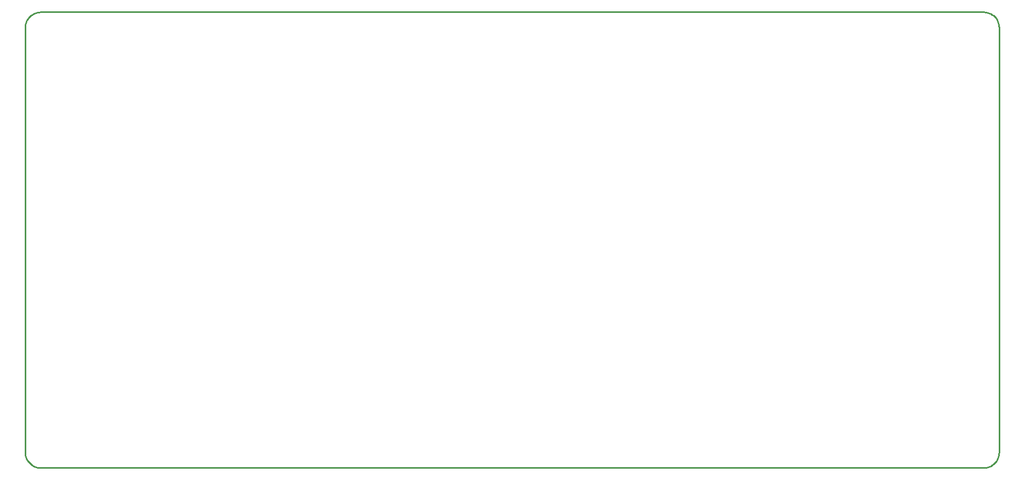
<source format=gko>
G04*
G04 #@! TF.GenerationSoftware,Altium Limited,Altium Designer,20.1.11 (218)*
G04*
G04 Layer_Color=16711935*
%FSLAX25Y25*%
%MOIN*%
G70*
G04*
G04 #@! TF.SameCoordinates,85017169-990B-49AA-8BCE-B11CB2BCBAEE*
G04*
G04*
G04 #@! TF.FilePolarity,Positive*
G04*
G01*
G75*
%ADD15C,0.01000*%
D15*
X619971Y-20D02*
X620951Y28D01*
X621922Y172D01*
X622874Y411D01*
X623798Y741D01*
X624685Y1161D01*
X625527Y1665D01*
X626315Y2250D01*
X627042Y2909D01*
X627701Y3636D01*
X628286Y4425D01*
X628791Y5266D01*
X629210Y6153D01*
X629541Y7077D01*
X629779Y8029D01*
X629923Y9000D01*
X629971Y9980D01*
Y285256D02*
X629923Y286236D01*
X629779Y287207D01*
X629541Y288159D01*
X629210Y289083D01*
X628791Y289970D01*
X628286Y290811D01*
X627701Y291600D01*
X627042Y292327D01*
X626315Y292986D01*
X625527Y293570D01*
X624685Y294075D01*
X623798Y294495D01*
X622874Y294825D01*
X621922Y295064D01*
X620951Y295208D01*
X619971Y295256D01*
X10050D02*
X9070Y295208D01*
X8099Y295064D01*
X7147Y294825D01*
X6223Y294495D01*
X5336Y294075D01*
X4494Y293570D01*
X3706Y292986D01*
X2979Y292327D01*
X2320Y291600D01*
X1735Y290811D01*
X1231Y289970D01*
X811Y289083D01*
X481Y288159D01*
X242Y287207D01*
X98Y286236D01*
X50Y285256D01*
Y9980D02*
X98Y9000D01*
X242Y8029D01*
X481Y7077D01*
X811Y6153D01*
X1231Y5266D01*
X1735Y4425D01*
X2320Y3636D01*
X2979Y2909D01*
X3706Y2250D01*
X4494Y1665D01*
X5336Y1161D01*
X6223Y741D01*
X7147Y411D01*
X8099Y172D01*
X9070Y28D01*
X10050Y-20D01*
X619971D01*
X629971Y9980D02*
Y285256D01*
X10050Y295256D02*
X619971D01*
X50Y9980D02*
Y285256D01*
M02*

</source>
